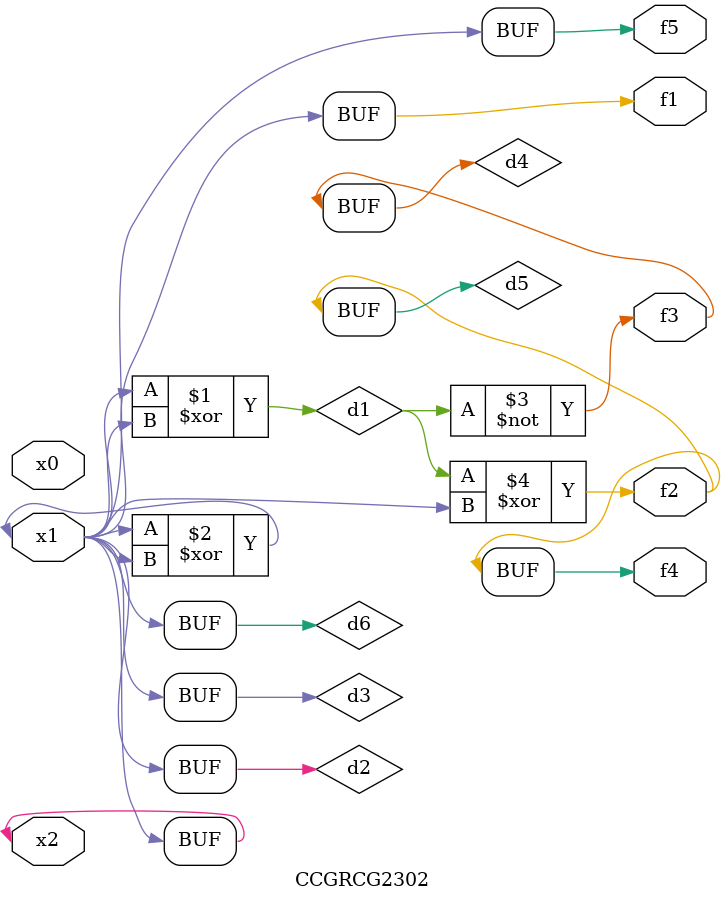
<source format=v>
module CCGRCG2302(
	input x0, x1, x2,
	output f1, f2, f3, f4, f5
);

	wire d1, d2, d3, d4, d5, d6;

	xor (d1, x1, x2);
	buf (d2, x1, x2);
	xor (d3, x1, x2);
	nor (d4, d1);
	xor (d5, d1, d2);
	buf (d6, d2, d3);
	assign f1 = d6;
	assign f2 = d5;
	assign f3 = d4;
	assign f4 = d5;
	assign f5 = d6;
endmodule

</source>
